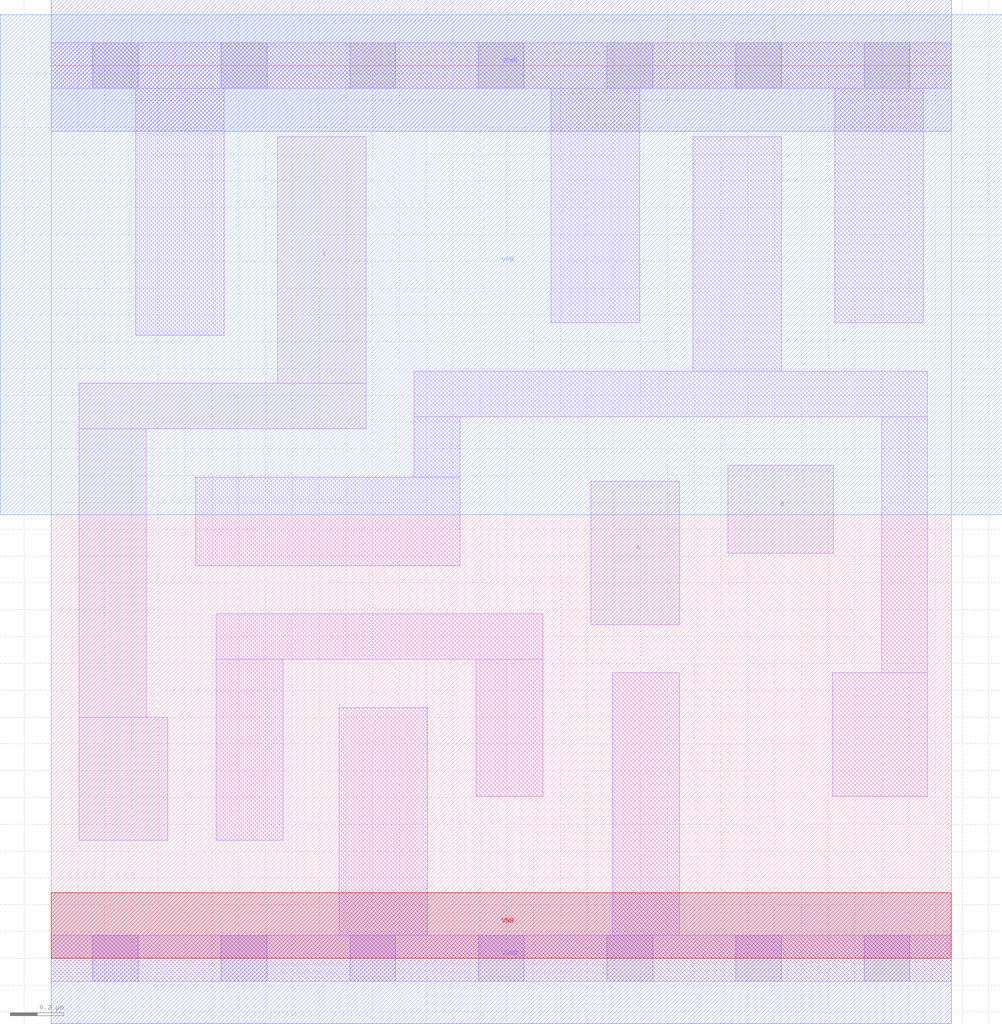
<source format=lef>
# Copyright 2020 The SkyWater PDK Authors
#
# Licensed under the Apache License, Version 2.0 (the "License");
# you may not use this file except in compliance with the License.
# You may obtain a copy of the License at
#
#     https://www.apache.org/licenses/LICENSE-2.0
#
# Unless required by applicable law or agreed to in writing, software
# distributed under the License is distributed on an "AS IS" BASIS,
# WITHOUT WARRANTIES OR CONDITIONS OF ANY KIND, either express or implied.
# See the License for the specific language governing permissions and
# limitations under the License.
#
# SPDX-License-Identifier: Apache-2.0

VERSION 5.7 ;
  NOWIREEXTENSIONATPIN ON ;
  DIVIDERCHAR "/" ;
  BUSBITCHARS "[]" ;
MACRO sky130_fd_sc_lp__xnor2_lp
  CLASS CORE ;
  FOREIGN sky130_fd_sc_lp__xnor2_lp ;
  ORIGIN  0.000000  0.000000 ;
  SIZE  3.360000 BY  3.330000 ;
  SYMMETRY X Y R90 ;
  SITE unit ;
  PIN A
    ANTENNAGATEAREA  0.626000 ;
    DIRECTION INPUT ;
    USE SIGNAL ;
    PORT
      LAYER li1 ;
        RECT 2.015000 1.245000 2.345000 1.780000 ;
    END
  END A
  PIN B
    ANTENNAGATEAREA  0.626000 ;
    DIRECTION INPUT ;
    USE SIGNAL ;
    PORT
      LAYER li1 ;
        RECT 2.525000 1.510000 2.920000 1.840000 ;
    END
  END B
  PIN Y
    ANTENNADIFFAREA  0.395500 ;
    DIRECTION OUTPUT ;
    USE SIGNAL ;
    PORT
      LAYER li1 ;
        RECT 0.105000 0.440000 0.435000 0.900000 ;
        RECT 0.105000 0.900000 0.355000 1.975000 ;
        RECT 0.105000 1.975000 1.175000 2.145000 ;
        RECT 0.845000 2.145000 1.175000 3.065000 ;
    END
  END Y
  PIN VGND
    DIRECTION INOUT ;
    USE GROUND ;
    PORT
      LAYER met1 ;
        RECT 0.000000 -0.245000 3.360000 0.245000 ;
    END
  END VGND
  PIN VNB
    DIRECTION INOUT ;
    USE GROUND ;
    PORT
      LAYER pwell ;
        RECT 0.000000 0.000000 3.360000 0.245000 ;
    END
  END VNB
  PIN VPB
    DIRECTION INOUT ;
    USE POWER ;
    PORT
      LAYER nwell ;
        RECT -0.190000 1.655000 3.550000 3.520000 ;
    END
  END VPB
  PIN VPWR
    DIRECTION INOUT ;
    USE POWER ;
    PORT
      LAYER met1 ;
        RECT 0.000000 3.085000 3.360000 3.575000 ;
    END
  END VPWR
  OBS
    LAYER li1 ;
      RECT 0.000000 -0.085000 3.360000 0.085000 ;
      RECT 0.000000  3.245000 3.360000 3.415000 ;
      RECT 0.315000  2.325000 0.645000 3.245000 ;
      RECT 0.540000  1.465000 1.525000 1.795000 ;
      RECT 0.615000  0.440000 0.865000 1.115000 ;
      RECT 0.615000  1.115000 1.835000 1.285000 ;
      RECT 1.075000  0.085000 1.405000 0.935000 ;
      RECT 1.355000  1.795000 1.525000 2.020000 ;
      RECT 1.355000  2.020000 3.270000 2.190000 ;
      RECT 1.585000  0.605000 1.835000 1.115000 ;
      RECT 1.865000  2.370000 2.195000 3.245000 ;
      RECT 2.095000  0.085000 2.345000 1.065000 ;
      RECT 2.395000  2.190000 2.725000 3.065000 ;
      RECT 2.915000  0.605000 3.270000 1.065000 ;
      RECT 2.925000  2.370000 3.255000 3.245000 ;
      RECT 3.100000  1.065000 3.270000 2.020000 ;
    LAYER mcon ;
      RECT 0.155000 -0.085000 0.325000 0.085000 ;
      RECT 0.155000  3.245000 0.325000 3.415000 ;
      RECT 0.635000 -0.085000 0.805000 0.085000 ;
      RECT 0.635000  3.245000 0.805000 3.415000 ;
      RECT 1.115000 -0.085000 1.285000 0.085000 ;
      RECT 1.115000  3.245000 1.285000 3.415000 ;
      RECT 1.595000 -0.085000 1.765000 0.085000 ;
      RECT 1.595000  3.245000 1.765000 3.415000 ;
      RECT 2.075000 -0.085000 2.245000 0.085000 ;
      RECT 2.075000  3.245000 2.245000 3.415000 ;
      RECT 2.555000 -0.085000 2.725000 0.085000 ;
      RECT 2.555000  3.245000 2.725000 3.415000 ;
      RECT 3.035000 -0.085000 3.205000 0.085000 ;
      RECT 3.035000  3.245000 3.205000 3.415000 ;
  END
END sky130_fd_sc_lp__xnor2_lp
END LIBRARY

</source>
